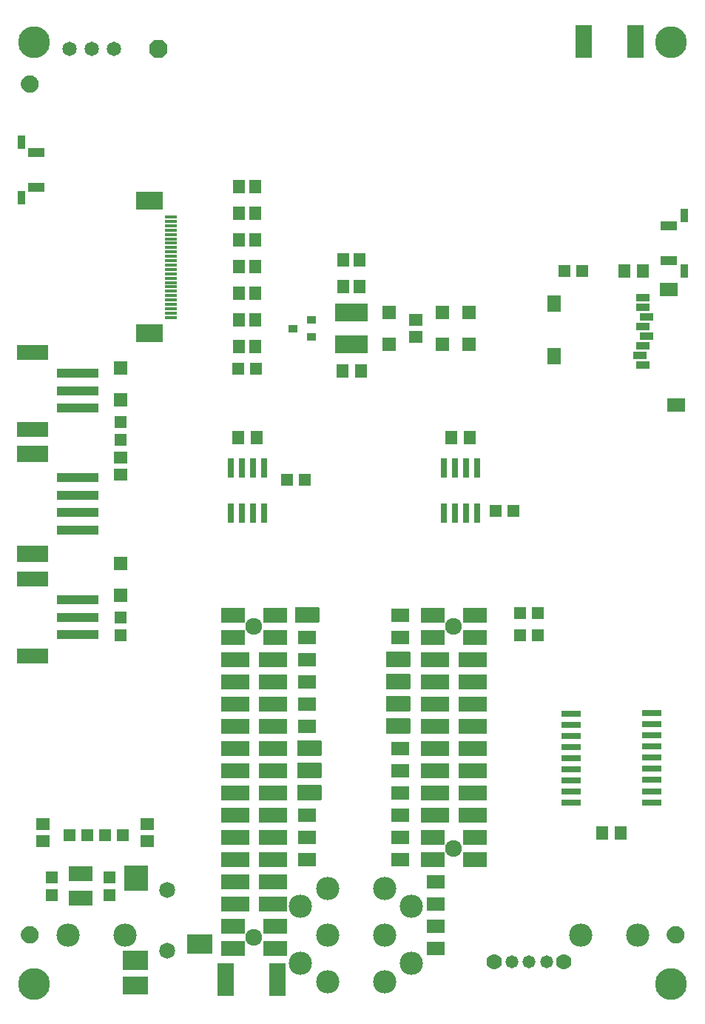
<source format=gbr>
G04 EAGLE Gerber RS-274X export*
G75*
%MOMM*%
%FSLAX34Y34*%
%LPD*%
%INSoldermask Bottom*%
%IPPOS*%
%AMOC8*
5,1,8,0,0,1.08239X$1,22.5*%
G01*
%ADD10R,1.377000X0.402000*%
%ADD11R,3.127000X2.127000*%
%ADD12R,2.667000X1.651000*%
%ADD13R,3.175000X1.651000*%
%ADD14C,1.927000*%
%ADD15R,2.027000X1.527000*%
%ADD16R,1.527000X1.927000*%
%ADD17R,1.627000X0.827000*%
%ADD18R,1.367000X1.627000*%
%ADD19R,4.727000X1.127000*%
%ADD20R,3.527000X1.827000*%
%ADD21R,1.627000X1.367000*%
%ADD22R,3.527000X1.727000*%
%ADD23R,1.427000X1.327000*%
%ADD24R,1.527000X1.527000*%
%ADD25R,2.827000X1.727000*%
%ADD26R,1.327000X1.427000*%
%ADD27R,1.327000X1.627000*%
%ADD28R,1.027000X0.927000*%
%ADD29R,1.905000X1.027000*%
%ADD30R,0.927000X1.577000*%
%ADD31R,1.627000X1.427000*%
%ADD32R,2.327000X0.727000*%
%ADD33R,0.727000X2.327000*%
%ADD34R,2.127000X1.627000*%
%ADD35R,1.295400X1.727200*%
%ADD36R,0.762000X0.330200*%
%ADD37C,1.651000*%
%ADD38C,3.643000*%
%ADD39C,1.127000*%
%ADD40C,0.500000*%
%ADD41P,2.226909X8X202.500000*%
%ADD42C,1.777000*%
%ADD43C,1.477000*%
%ADD44R,2.927000X2.127000*%
%ADD45R,2.727000X2.927000*%
%ADD46R,2.927000X2.327000*%
%ADD47C,1.827000*%
%ADD48C,2.667000*%
%ADD49R,1.827000X3.827000*%
%ADD50R,3.827000X2.127000*%

G36*
X345558Y435626D02*
X345558Y435626D01*
X345677Y435633D01*
X345715Y435646D01*
X345756Y435651D01*
X345866Y435694D01*
X345979Y435731D01*
X346014Y435753D01*
X346051Y435768D01*
X346147Y435838D01*
X346248Y435901D01*
X346276Y435931D01*
X346309Y435954D01*
X346385Y436046D01*
X346466Y436133D01*
X346486Y436168D01*
X346511Y436199D01*
X346562Y436307D01*
X346620Y436411D01*
X346630Y436451D01*
X346647Y436487D01*
X346669Y436604D01*
X346699Y436719D01*
X346703Y436780D01*
X346707Y436800D01*
X346705Y436820D01*
X346709Y436880D01*
X346709Y452120D01*
X346694Y452238D01*
X346687Y452357D01*
X346674Y452395D01*
X346669Y452436D01*
X346626Y452546D01*
X346589Y452659D01*
X346567Y452694D01*
X346552Y452731D01*
X346483Y452827D01*
X346419Y452928D01*
X346389Y452956D01*
X346366Y452989D01*
X346274Y453065D01*
X346187Y453146D01*
X346152Y453166D01*
X346121Y453191D01*
X346013Y453242D01*
X345909Y453300D01*
X345869Y453310D01*
X345833Y453327D01*
X345716Y453349D01*
X345601Y453379D01*
X345541Y453383D01*
X345521Y453387D01*
X345500Y453385D01*
X345440Y453389D01*
X320040Y453389D01*
X319922Y453374D01*
X319803Y453367D01*
X319765Y453354D01*
X319724Y453349D01*
X319614Y453306D01*
X319501Y453269D01*
X319466Y453247D01*
X319429Y453232D01*
X319333Y453163D01*
X319232Y453099D01*
X319204Y453069D01*
X319171Y453046D01*
X319096Y452954D01*
X319014Y452867D01*
X318994Y452832D01*
X318969Y452801D01*
X318918Y452693D01*
X318860Y452589D01*
X318850Y452549D01*
X318833Y452513D01*
X318811Y452396D01*
X318781Y452281D01*
X318777Y452221D01*
X318773Y452201D01*
X318774Y452194D01*
X318773Y452192D01*
X318774Y452176D01*
X318771Y452120D01*
X318771Y436880D01*
X318786Y436762D01*
X318793Y436643D01*
X318806Y436605D01*
X318811Y436564D01*
X318854Y436454D01*
X318891Y436341D01*
X318913Y436306D01*
X318928Y436269D01*
X318998Y436173D01*
X319061Y436072D01*
X319091Y436044D01*
X319114Y436011D01*
X319206Y435936D01*
X319293Y435854D01*
X319328Y435834D01*
X319359Y435809D01*
X319467Y435758D01*
X319571Y435700D01*
X319611Y435690D01*
X319647Y435673D01*
X319764Y435651D01*
X319879Y435621D01*
X319940Y435617D01*
X319960Y435613D01*
X319980Y435615D01*
X320040Y435611D01*
X345440Y435611D01*
X345558Y435626D01*
G37*
G36*
X449698Y384826D02*
X449698Y384826D01*
X449817Y384833D01*
X449855Y384846D01*
X449896Y384851D01*
X450006Y384894D01*
X450119Y384931D01*
X450154Y384953D01*
X450191Y384968D01*
X450287Y385038D01*
X450388Y385101D01*
X450416Y385131D01*
X450449Y385154D01*
X450525Y385246D01*
X450606Y385333D01*
X450626Y385368D01*
X450651Y385399D01*
X450702Y385507D01*
X450760Y385611D01*
X450770Y385651D01*
X450787Y385687D01*
X450809Y385804D01*
X450839Y385919D01*
X450843Y385980D01*
X450847Y386000D01*
X450845Y386020D01*
X450849Y386080D01*
X450849Y401320D01*
X450834Y401438D01*
X450827Y401557D01*
X450814Y401595D01*
X450809Y401636D01*
X450766Y401746D01*
X450729Y401859D01*
X450707Y401894D01*
X450692Y401931D01*
X450623Y402027D01*
X450559Y402128D01*
X450529Y402156D01*
X450506Y402189D01*
X450414Y402265D01*
X450327Y402346D01*
X450292Y402366D01*
X450261Y402391D01*
X450153Y402442D01*
X450049Y402500D01*
X450009Y402510D01*
X449973Y402527D01*
X449856Y402549D01*
X449741Y402579D01*
X449681Y402583D01*
X449661Y402587D01*
X449640Y402585D01*
X449580Y402589D01*
X424180Y402589D01*
X424062Y402574D01*
X423943Y402567D01*
X423905Y402554D01*
X423864Y402549D01*
X423754Y402506D01*
X423641Y402469D01*
X423606Y402447D01*
X423569Y402432D01*
X423473Y402363D01*
X423372Y402299D01*
X423344Y402269D01*
X423311Y402246D01*
X423236Y402154D01*
X423154Y402067D01*
X423134Y402032D01*
X423109Y402001D01*
X423058Y401893D01*
X423000Y401789D01*
X422990Y401749D01*
X422973Y401713D01*
X422951Y401596D01*
X422921Y401481D01*
X422917Y401421D01*
X422913Y401401D01*
X422914Y401394D01*
X422913Y401392D01*
X422914Y401376D01*
X422911Y401320D01*
X422911Y386080D01*
X422926Y385962D01*
X422933Y385843D01*
X422946Y385805D01*
X422951Y385764D01*
X422994Y385654D01*
X423031Y385541D01*
X423053Y385506D01*
X423068Y385469D01*
X423138Y385373D01*
X423201Y385272D01*
X423231Y385244D01*
X423254Y385211D01*
X423346Y385136D01*
X423433Y385054D01*
X423468Y385034D01*
X423499Y385009D01*
X423607Y384958D01*
X423711Y384900D01*
X423751Y384890D01*
X423787Y384873D01*
X423904Y384851D01*
X424019Y384821D01*
X424080Y384817D01*
X424100Y384813D01*
X424120Y384815D01*
X424180Y384811D01*
X449580Y384811D01*
X449698Y384826D01*
G37*
G36*
X449698Y359426D02*
X449698Y359426D01*
X449817Y359433D01*
X449855Y359446D01*
X449896Y359451D01*
X450006Y359494D01*
X450119Y359531D01*
X450154Y359553D01*
X450191Y359568D01*
X450287Y359638D01*
X450388Y359701D01*
X450416Y359731D01*
X450449Y359754D01*
X450525Y359846D01*
X450606Y359933D01*
X450626Y359968D01*
X450651Y359999D01*
X450702Y360107D01*
X450760Y360211D01*
X450770Y360251D01*
X450787Y360287D01*
X450809Y360404D01*
X450839Y360519D01*
X450843Y360580D01*
X450847Y360600D01*
X450845Y360620D01*
X450849Y360680D01*
X450849Y375920D01*
X450834Y376038D01*
X450827Y376157D01*
X450814Y376195D01*
X450809Y376236D01*
X450766Y376346D01*
X450729Y376459D01*
X450707Y376494D01*
X450692Y376531D01*
X450623Y376627D01*
X450559Y376728D01*
X450529Y376756D01*
X450506Y376789D01*
X450414Y376865D01*
X450327Y376946D01*
X450292Y376966D01*
X450261Y376991D01*
X450153Y377042D01*
X450049Y377100D01*
X450009Y377110D01*
X449973Y377127D01*
X449856Y377149D01*
X449741Y377179D01*
X449681Y377183D01*
X449661Y377187D01*
X449640Y377185D01*
X449580Y377189D01*
X424180Y377189D01*
X424062Y377174D01*
X423943Y377167D01*
X423905Y377154D01*
X423864Y377149D01*
X423754Y377106D01*
X423641Y377069D01*
X423606Y377047D01*
X423569Y377032D01*
X423473Y376963D01*
X423372Y376899D01*
X423344Y376869D01*
X423311Y376846D01*
X423236Y376754D01*
X423154Y376667D01*
X423134Y376632D01*
X423109Y376601D01*
X423058Y376493D01*
X423000Y376389D01*
X422990Y376349D01*
X422973Y376313D01*
X422951Y376196D01*
X422921Y376081D01*
X422917Y376021D01*
X422913Y376001D01*
X422914Y375994D01*
X422913Y375992D01*
X422914Y375976D01*
X422911Y375920D01*
X422911Y360680D01*
X422926Y360562D01*
X422933Y360443D01*
X422946Y360405D01*
X422951Y360364D01*
X422994Y360254D01*
X423031Y360141D01*
X423053Y360106D01*
X423068Y360069D01*
X423138Y359973D01*
X423201Y359872D01*
X423231Y359844D01*
X423254Y359811D01*
X423346Y359736D01*
X423433Y359654D01*
X423468Y359634D01*
X423499Y359609D01*
X423607Y359558D01*
X423711Y359500D01*
X423751Y359490D01*
X423787Y359473D01*
X423904Y359451D01*
X424019Y359421D01*
X424080Y359417D01*
X424100Y359413D01*
X424120Y359415D01*
X424180Y359411D01*
X449580Y359411D01*
X449698Y359426D01*
G37*
G36*
X449698Y334026D02*
X449698Y334026D01*
X449817Y334033D01*
X449855Y334046D01*
X449896Y334051D01*
X450006Y334094D01*
X450119Y334131D01*
X450154Y334153D01*
X450191Y334168D01*
X450287Y334238D01*
X450388Y334301D01*
X450416Y334331D01*
X450449Y334354D01*
X450525Y334446D01*
X450606Y334533D01*
X450626Y334568D01*
X450651Y334599D01*
X450702Y334707D01*
X450760Y334811D01*
X450770Y334851D01*
X450787Y334887D01*
X450809Y335004D01*
X450839Y335119D01*
X450843Y335180D01*
X450847Y335200D01*
X450845Y335220D01*
X450849Y335280D01*
X450849Y350520D01*
X450834Y350638D01*
X450827Y350757D01*
X450814Y350795D01*
X450809Y350836D01*
X450766Y350946D01*
X450729Y351059D01*
X450707Y351094D01*
X450692Y351131D01*
X450623Y351227D01*
X450559Y351328D01*
X450529Y351356D01*
X450506Y351389D01*
X450414Y351465D01*
X450327Y351546D01*
X450292Y351566D01*
X450261Y351591D01*
X450153Y351642D01*
X450049Y351700D01*
X450009Y351710D01*
X449973Y351727D01*
X449856Y351749D01*
X449741Y351779D01*
X449681Y351783D01*
X449661Y351787D01*
X449640Y351785D01*
X449580Y351789D01*
X424180Y351789D01*
X424062Y351774D01*
X423943Y351767D01*
X423905Y351754D01*
X423864Y351749D01*
X423754Y351706D01*
X423641Y351669D01*
X423606Y351647D01*
X423569Y351632D01*
X423473Y351563D01*
X423372Y351499D01*
X423344Y351469D01*
X423311Y351446D01*
X423236Y351354D01*
X423154Y351267D01*
X423134Y351232D01*
X423109Y351201D01*
X423058Y351093D01*
X423000Y350989D01*
X422990Y350949D01*
X422973Y350913D01*
X422951Y350796D01*
X422921Y350681D01*
X422917Y350621D01*
X422913Y350601D01*
X422914Y350594D01*
X422913Y350592D01*
X422914Y350576D01*
X422911Y350520D01*
X422911Y335280D01*
X422926Y335162D01*
X422933Y335043D01*
X422946Y335005D01*
X422951Y334964D01*
X422994Y334854D01*
X423031Y334741D01*
X423053Y334706D01*
X423068Y334669D01*
X423138Y334573D01*
X423201Y334472D01*
X423231Y334444D01*
X423254Y334411D01*
X423346Y334336D01*
X423433Y334254D01*
X423468Y334234D01*
X423499Y334209D01*
X423607Y334158D01*
X423711Y334100D01*
X423751Y334090D01*
X423787Y334073D01*
X423904Y334051D01*
X424019Y334021D01*
X424080Y334017D01*
X424100Y334013D01*
X424120Y334015D01*
X424180Y334011D01*
X449580Y334011D01*
X449698Y334026D01*
G37*
G36*
X449698Y308626D02*
X449698Y308626D01*
X449817Y308633D01*
X449855Y308646D01*
X449896Y308651D01*
X450006Y308694D01*
X450119Y308731D01*
X450154Y308753D01*
X450191Y308768D01*
X450287Y308838D01*
X450388Y308901D01*
X450416Y308931D01*
X450449Y308954D01*
X450525Y309046D01*
X450606Y309133D01*
X450626Y309168D01*
X450651Y309199D01*
X450702Y309307D01*
X450760Y309411D01*
X450770Y309451D01*
X450787Y309487D01*
X450809Y309604D01*
X450839Y309719D01*
X450843Y309780D01*
X450847Y309800D01*
X450845Y309820D01*
X450849Y309880D01*
X450849Y325120D01*
X450834Y325238D01*
X450827Y325357D01*
X450814Y325395D01*
X450809Y325436D01*
X450766Y325546D01*
X450729Y325659D01*
X450707Y325694D01*
X450692Y325731D01*
X450623Y325827D01*
X450559Y325928D01*
X450529Y325956D01*
X450506Y325989D01*
X450414Y326065D01*
X450327Y326146D01*
X450292Y326166D01*
X450261Y326191D01*
X450153Y326242D01*
X450049Y326300D01*
X450009Y326310D01*
X449973Y326327D01*
X449856Y326349D01*
X449741Y326379D01*
X449681Y326383D01*
X449661Y326387D01*
X449640Y326385D01*
X449580Y326389D01*
X424180Y326389D01*
X424062Y326374D01*
X423943Y326367D01*
X423905Y326354D01*
X423864Y326349D01*
X423754Y326306D01*
X423641Y326269D01*
X423606Y326247D01*
X423569Y326232D01*
X423473Y326163D01*
X423372Y326099D01*
X423344Y326069D01*
X423311Y326046D01*
X423236Y325954D01*
X423154Y325867D01*
X423134Y325832D01*
X423109Y325801D01*
X423058Y325693D01*
X423000Y325589D01*
X422990Y325549D01*
X422973Y325513D01*
X422951Y325396D01*
X422921Y325281D01*
X422917Y325221D01*
X422913Y325201D01*
X422914Y325194D01*
X422913Y325192D01*
X422914Y325176D01*
X422911Y325120D01*
X422911Y309880D01*
X422926Y309762D01*
X422933Y309643D01*
X422946Y309605D01*
X422951Y309564D01*
X422994Y309454D01*
X423031Y309341D01*
X423053Y309306D01*
X423068Y309269D01*
X423138Y309173D01*
X423201Y309072D01*
X423231Y309044D01*
X423254Y309011D01*
X423346Y308936D01*
X423433Y308854D01*
X423468Y308834D01*
X423499Y308809D01*
X423607Y308758D01*
X423711Y308700D01*
X423751Y308690D01*
X423787Y308673D01*
X423904Y308651D01*
X424019Y308621D01*
X424080Y308617D01*
X424100Y308613D01*
X424120Y308615D01*
X424180Y308611D01*
X449580Y308611D01*
X449698Y308626D01*
G37*
G36*
X348098Y283226D02*
X348098Y283226D01*
X348217Y283233D01*
X348255Y283246D01*
X348296Y283251D01*
X348406Y283294D01*
X348519Y283331D01*
X348554Y283353D01*
X348591Y283368D01*
X348687Y283438D01*
X348788Y283501D01*
X348816Y283531D01*
X348849Y283554D01*
X348925Y283646D01*
X349006Y283733D01*
X349026Y283768D01*
X349051Y283799D01*
X349102Y283907D01*
X349160Y284011D01*
X349170Y284051D01*
X349187Y284087D01*
X349209Y284204D01*
X349239Y284319D01*
X349243Y284380D01*
X349247Y284400D01*
X349245Y284420D01*
X349249Y284480D01*
X349249Y299720D01*
X349234Y299838D01*
X349227Y299957D01*
X349214Y299995D01*
X349209Y300036D01*
X349166Y300146D01*
X349129Y300259D01*
X349107Y300294D01*
X349092Y300331D01*
X349023Y300427D01*
X348959Y300528D01*
X348929Y300556D01*
X348906Y300589D01*
X348814Y300665D01*
X348727Y300746D01*
X348692Y300766D01*
X348661Y300791D01*
X348553Y300842D01*
X348449Y300900D01*
X348409Y300910D01*
X348373Y300927D01*
X348256Y300949D01*
X348141Y300979D01*
X348081Y300983D01*
X348061Y300987D01*
X348040Y300985D01*
X347980Y300989D01*
X322580Y300989D01*
X322462Y300974D01*
X322343Y300967D01*
X322305Y300954D01*
X322264Y300949D01*
X322154Y300906D01*
X322041Y300869D01*
X322006Y300847D01*
X321969Y300832D01*
X321873Y300763D01*
X321772Y300699D01*
X321744Y300669D01*
X321711Y300646D01*
X321636Y300554D01*
X321554Y300467D01*
X321534Y300432D01*
X321509Y300401D01*
X321458Y300293D01*
X321400Y300189D01*
X321390Y300149D01*
X321373Y300113D01*
X321351Y299996D01*
X321321Y299881D01*
X321317Y299821D01*
X321313Y299801D01*
X321314Y299794D01*
X321313Y299792D01*
X321314Y299776D01*
X321311Y299720D01*
X321311Y284480D01*
X321326Y284362D01*
X321333Y284243D01*
X321346Y284205D01*
X321351Y284164D01*
X321394Y284054D01*
X321431Y283941D01*
X321453Y283906D01*
X321468Y283869D01*
X321538Y283773D01*
X321601Y283672D01*
X321631Y283644D01*
X321654Y283611D01*
X321746Y283536D01*
X321833Y283454D01*
X321868Y283434D01*
X321899Y283409D01*
X322007Y283358D01*
X322111Y283300D01*
X322151Y283290D01*
X322187Y283273D01*
X322304Y283251D01*
X322419Y283221D01*
X322480Y283217D01*
X322500Y283213D01*
X322520Y283215D01*
X322580Y283211D01*
X347980Y283211D01*
X348098Y283226D01*
G37*
G36*
X348098Y257826D02*
X348098Y257826D01*
X348217Y257833D01*
X348255Y257846D01*
X348296Y257851D01*
X348406Y257894D01*
X348519Y257931D01*
X348554Y257953D01*
X348591Y257968D01*
X348687Y258038D01*
X348788Y258101D01*
X348816Y258131D01*
X348849Y258154D01*
X348925Y258246D01*
X349006Y258333D01*
X349026Y258368D01*
X349051Y258399D01*
X349102Y258507D01*
X349160Y258611D01*
X349170Y258651D01*
X349187Y258687D01*
X349209Y258804D01*
X349239Y258919D01*
X349243Y258980D01*
X349247Y259000D01*
X349245Y259020D01*
X349249Y259080D01*
X349249Y274320D01*
X349234Y274438D01*
X349227Y274557D01*
X349214Y274595D01*
X349209Y274636D01*
X349166Y274746D01*
X349129Y274859D01*
X349107Y274894D01*
X349092Y274931D01*
X349023Y275027D01*
X348959Y275128D01*
X348929Y275156D01*
X348906Y275189D01*
X348814Y275265D01*
X348727Y275346D01*
X348692Y275366D01*
X348661Y275391D01*
X348553Y275442D01*
X348449Y275500D01*
X348409Y275510D01*
X348373Y275527D01*
X348256Y275549D01*
X348141Y275579D01*
X348081Y275583D01*
X348061Y275587D01*
X348040Y275585D01*
X347980Y275589D01*
X322580Y275589D01*
X322462Y275574D01*
X322343Y275567D01*
X322305Y275554D01*
X322264Y275549D01*
X322154Y275506D01*
X322041Y275469D01*
X322006Y275447D01*
X321969Y275432D01*
X321873Y275363D01*
X321772Y275299D01*
X321744Y275269D01*
X321711Y275246D01*
X321636Y275154D01*
X321554Y275067D01*
X321534Y275032D01*
X321509Y275001D01*
X321458Y274893D01*
X321400Y274789D01*
X321390Y274749D01*
X321373Y274713D01*
X321351Y274596D01*
X321321Y274481D01*
X321317Y274421D01*
X321313Y274401D01*
X321314Y274394D01*
X321313Y274392D01*
X321314Y274376D01*
X321311Y274320D01*
X321311Y259080D01*
X321326Y258962D01*
X321333Y258843D01*
X321346Y258805D01*
X321351Y258764D01*
X321394Y258654D01*
X321431Y258541D01*
X321453Y258506D01*
X321468Y258469D01*
X321538Y258373D01*
X321601Y258272D01*
X321631Y258244D01*
X321654Y258211D01*
X321746Y258136D01*
X321833Y258054D01*
X321868Y258034D01*
X321899Y258009D01*
X322007Y257958D01*
X322111Y257900D01*
X322151Y257890D01*
X322187Y257873D01*
X322304Y257851D01*
X322419Y257821D01*
X322480Y257817D01*
X322500Y257813D01*
X322520Y257815D01*
X322580Y257811D01*
X347980Y257811D01*
X348098Y257826D01*
G37*
G36*
X348098Y232426D02*
X348098Y232426D01*
X348217Y232433D01*
X348255Y232446D01*
X348296Y232451D01*
X348406Y232494D01*
X348519Y232531D01*
X348554Y232553D01*
X348591Y232568D01*
X348687Y232638D01*
X348788Y232701D01*
X348816Y232731D01*
X348849Y232754D01*
X348925Y232846D01*
X349006Y232933D01*
X349026Y232968D01*
X349051Y232999D01*
X349102Y233107D01*
X349160Y233211D01*
X349170Y233251D01*
X349187Y233287D01*
X349209Y233404D01*
X349239Y233519D01*
X349243Y233580D01*
X349247Y233600D01*
X349245Y233620D01*
X349249Y233680D01*
X349249Y248920D01*
X349234Y249038D01*
X349227Y249157D01*
X349214Y249195D01*
X349209Y249236D01*
X349166Y249346D01*
X349129Y249459D01*
X349107Y249494D01*
X349092Y249531D01*
X349023Y249627D01*
X348959Y249728D01*
X348929Y249756D01*
X348906Y249789D01*
X348814Y249865D01*
X348727Y249946D01*
X348692Y249966D01*
X348661Y249991D01*
X348553Y250042D01*
X348449Y250100D01*
X348409Y250110D01*
X348373Y250127D01*
X348256Y250149D01*
X348141Y250179D01*
X348081Y250183D01*
X348061Y250187D01*
X348040Y250185D01*
X347980Y250189D01*
X322580Y250189D01*
X322462Y250174D01*
X322343Y250167D01*
X322305Y250154D01*
X322264Y250149D01*
X322154Y250106D01*
X322041Y250069D01*
X322006Y250047D01*
X321969Y250032D01*
X321873Y249963D01*
X321772Y249899D01*
X321744Y249869D01*
X321711Y249846D01*
X321636Y249754D01*
X321554Y249667D01*
X321534Y249632D01*
X321509Y249601D01*
X321458Y249493D01*
X321400Y249389D01*
X321390Y249349D01*
X321373Y249313D01*
X321351Y249196D01*
X321321Y249081D01*
X321317Y249021D01*
X321313Y249001D01*
X321314Y248994D01*
X321313Y248992D01*
X321314Y248976D01*
X321311Y248920D01*
X321311Y233680D01*
X321326Y233562D01*
X321333Y233443D01*
X321346Y233405D01*
X321351Y233364D01*
X321394Y233254D01*
X321431Y233141D01*
X321453Y233106D01*
X321468Y233069D01*
X321538Y232973D01*
X321601Y232872D01*
X321631Y232844D01*
X321654Y232811D01*
X321746Y232736D01*
X321833Y232654D01*
X321868Y232634D01*
X321899Y232609D01*
X322007Y232558D01*
X322111Y232500D01*
X322151Y232490D01*
X322187Y232473D01*
X322304Y232451D01*
X322419Y232421D01*
X322480Y232417D01*
X322500Y232413D01*
X322520Y232415D01*
X322580Y232411D01*
X347980Y232411D01*
X348098Y232426D01*
G37*
D10*
X176532Y899634D03*
X176532Y894634D03*
X176532Y889634D03*
X176532Y884634D03*
X176532Y879634D03*
X176532Y874634D03*
X176532Y869634D03*
X176532Y864634D03*
X176532Y859634D03*
X176532Y854634D03*
X176532Y849634D03*
X176532Y844634D03*
X176532Y839634D03*
X176532Y834634D03*
X176532Y829634D03*
X176532Y824634D03*
X176532Y819634D03*
X176532Y814634D03*
X176532Y809634D03*
X176532Y804634D03*
X176532Y799634D03*
X176532Y794634D03*
X176532Y789634D03*
X176532Y784634D03*
D11*
X151932Y918134D03*
X151932Y767034D03*
D12*
X295910Y63500D03*
X247650Y63500D03*
X295910Y88900D03*
X247650Y88900D03*
D13*
X293370Y114300D03*
X250190Y114300D03*
X293370Y139700D03*
X250190Y139700D03*
X293370Y165100D03*
X250190Y165100D03*
X293370Y190500D03*
X250190Y190500D03*
X293370Y215900D03*
X250190Y215900D03*
X293370Y241300D03*
X250190Y241300D03*
X293370Y266700D03*
X250190Y266700D03*
X293370Y292100D03*
X250190Y292100D03*
X293370Y317500D03*
X250190Y317500D03*
X293370Y342900D03*
X250190Y342900D03*
X293370Y368300D03*
X250190Y368300D03*
X293370Y393700D03*
X250190Y393700D03*
D12*
X295910Y419100D03*
X247650Y419100D03*
X295910Y444500D03*
X247650Y444500D03*
X476250Y444500D03*
X524510Y444500D03*
X476250Y419100D03*
X524510Y419100D03*
D13*
X478790Y393700D03*
X521970Y393700D03*
X478790Y368300D03*
X521970Y368300D03*
X478790Y342900D03*
X521970Y342900D03*
X478790Y317500D03*
X521970Y317500D03*
X478790Y292100D03*
X521970Y292100D03*
X478790Y266700D03*
X521970Y266700D03*
X478790Y241300D03*
X521970Y241300D03*
X478790Y215900D03*
X521970Y215900D03*
D12*
X476250Y190500D03*
X524510Y190500D03*
X476250Y165100D03*
X524510Y165100D03*
D14*
X500380Y177800D03*
X500380Y431800D03*
X271780Y76200D03*
X271780Y431800D03*
D15*
X746270Y816420D03*
X755270Y684420D03*
D16*
X615270Y800420D03*
X615270Y740420D03*
D17*
X717270Y807420D03*
X717270Y796420D03*
X721270Y785420D03*
X717270Y774420D03*
X721270Y763420D03*
X717270Y752420D03*
X713270Y741420D03*
X717270Y730420D03*
D18*
X273660Y782320D03*
X254660Y782320D03*
X273660Y812800D03*
X254660Y812800D03*
X273660Y751840D03*
X254660Y751840D03*
X273660Y843280D03*
X254660Y843280D03*
X273660Y873760D03*
X254660Y873760D03*
X273660Y904240D03*
X254660Y904240D03*
X273660Y934720D03*
X254660Y934720D03*
D19*
X70020Y601500D03*
X70020Y581500D03*
D20*
X18020Y628500D03*
X18020Y514500D03*
D19*
X70020Y561500D03*
X70020Y541500D03*
D21*
X119380Y605180D03*
X119380Y624180D03*
D19*
X70180Y461960D03*
X70180Y441960D03*
D22*
X18180Y485960D03*
X18180Y397960D03*
D19*
X70180Y421960D03*
D23*
X119380Y421640D03*
X119380Y441960D03*
D24*
X119380Y503640D03*
X119380Y466640D03*
D25*
X73660Y148620D03*
X73660Y120620D03*
D23*
X40640Y124460D03*
X40640Y144780D03*
X106680Y124460D03*
X106680Y144780D03*
D26*
X121920Y193040D03*
X101600Y193040D03*
X81280Y193040D03*
X60960Y193040D03*
D18*
X393040Y820420D03*
X374040Y820420D03*
X393040Y850900D03*
X374040Y850900D03*
D24*
X518160Y790660D03*
X518160Y753660D03*
X487680Y790660D03*
X487680Y753660D03*
D21*
X457200Y762660D03*
X457200Y781660D03*
D24*
X426720Y790660D03*
X426720Y753660D03*
D27*
X394040Y723900D03*
X373040Y723900D03*
D28*
X337660Y781660D03*
X337660Y762660D03*
X316660Y772160D03*
D29*
X22956Y933400D03*
X22956Y973400D03*
D30*
X5416Y921900D03*
X5416Y984900D03*
D26*
X596900Y421640D03*
X576580Y421640D03*
X596900Y447040D03*
X576580Y447040D03*
D31*
X30480Y205080D03*
X30480Y186080D03*
X149860Y186080D03*
X149860Y205080D03*
D19*
X70180Y721040D03*
X70180Y701040D03*
D22*
X18180Y745040D03*
X18180Y657040D03*
D19*
X70180Y681040D03*
D23*
X119380Y645160D03*
X119380Y665480D03*
D24*
X119380Y727160D03*
X119380Y690160D03*
D32*
X634720Y242570D03*
X726720Y293970D03*
X634720Y229870D03*
X634720Y255270D03*
X634720Y267970D03*
X726720Y281270D03*
X726720Y306670D03*
X726720Y319370D03*
X634720Y293370D03*
X634720Y280670D03*
X634720Y306070D03*
X634720Y318770D03*
X726720Y268570D03*
X726720Y255870D03*
X726720Y242870D03*
X726720Y229870D03*
X634720Y331470D03*
X726720Y332070D03*
D33*
X270510Y560740D03*
X270510Y612740D03*
X283210Y560740D03*
X257810Y560740D03*
X245110Y560740D03*
X283210Y612740D03*
X257810Y612740D03*
X245110Y612740D03*
D27*
X274660Y647700D03*
X253660Y647700D03*
D34*
X439420Y241300D03*
X439420Y266700D03*
X439420Y292100D03*
X332740Y215900D03*
X332740Y190500D03*
X332740Y165100D03*
X480060Y139700D03*
X480060Y114300D03*
X480060Y63500D03*
X332740Y317500D03*
X332740Y342900D03*
X332740Y368300D03*
X332740Y393700D03*
X332740Y419100D03*
X480060Y88900D03*
X439420Y419100D03*
X439420Y444500D03*
X439420Y215900D03*
X439420Y190500D03*
X439420Y165100D03*
D35*
X429260Y393700D03*
X444500Y393700D03*
D36*
X436880Y393700D03*
D35*
X429260Y368300D03*
X444500Y368300D03*
D36*
X436880Y368300D03*
D35*
X429260Y342900D03*
X444500Y342900D03*
D36*
X436880Y342900D03*
D35*
X429260Y317500D03*
X444500Y317500D03*
D36*
X436880Y317500D03*
D27*
X716620Y838200D03*
X695620Y838200D03*
X691220Y195580D03*
X670220Y195580D03*
D33*
X527050Y560740D03*
X514350Y560740D03*
X501650Y560740D03*
X488950Y560740D03*
X488950Y612740D03*
X501650Y612740D03*
X514350Y612740D03*
X527050Y612740D03*
D35*
X327660Y292100D03*
X342900Y292100D03*
D36*
X335280Y292100D03*
D27*
X518500Y647700D03*
X497500Y647700D03*
D29*
X746664Y889558D03*
X746664Y849558D03*
D30*
X764204Y901058D03*
X764204Y838058D03*
D35*
X327660Y266700D03*
X342900Y266700D03*
D36*
X335280Y266700D03*
D35*
X327660Y241300D03*
X342900Y241300D03*
D36*
X335280Y241300D03*
D37*
X111760Y1092200D03*
X86360Y1092200D03*
X60960Y1092200D03*
D38*
X20320Y22860D03*
X749300Y22860D03*
D39*
X754380Y78740D03*
D40*
X761880Y78740D02*
X761878Y78921D01*
X761871Y79102D01*
X761860Y79283D01*
X761845Y79464D01*
X761825Y79644D01*
X761801Y79824D01*
X761773Y80003D01*
X761740Y80181D01*
X761703Y80358D01*
X761662Y80535D01*
X761617Y80710D01*
X761567Y80885D01*
X761513Y81058D01*
X761455Y81229D01*
X761393Y81400D01*
X761326Y81568D01*
X761256Y81735D01*
X761182Y81901D01*
X761103Y82064D01*
X761021Y82225D01*
X760935Y82385D01*
X760845Y82542D01*
X760751Y82697D01*
X760654Y82850D01*
X760552Y83000D01*
X760448Y83148D01*
X760339Y83294D01*
X760228Y83436D01*
X760112Y83576D01*
X759994Y83713D01*
X759872Y83848D01*
X759747Y83979D01*
X759619Y84107D01*
X759488Y84232D01*
X759353Y84354D01*
X759216Y84472D01*
X759076Y84588D01*
X758934Y84699D01*
X758788Y84808D01*
X758640Y84912D01*
X758490Y85014D01*
X758337Y85111D01*
X758182Y85205D01*
X758025Y85295D01*
X757865Y85381D01*
X757704Y85463D01*
X757541Y85542D01*
X757375Y85616D01*
X757208Y85686D01*
X757040Y85753D01*
X756869Y85815D01*
X756698Y85873D01*
X756525Y85927D01*
X756350Y85977D01*
X756175Y86022D01*
X755998Y86063D01*
X755821Y86100D01*
X755643Y86133D01*
X755464Y86161D01*
X755284Y86185D01*
X755104Y86205D01*
X754923Y86220D01*
X754742Y86231D01*
X754561Y86238D01*
X754380Y86240D01*
X754199Y86238D01*
X754018Y86231D01*
X753837Y86220D01*
X753656Y86205D01*
X753476Y86185D01*
X753296Y86161D01*
X753117Y86133D01*
X752939Y86100D01*
X752762Y86063D01*
X752585Y86022D01*
X752410Y85977D01*
X752235Y85927D01*
X752062Y85873D01*
X751891Y85815D01*
X751720Y85753D01*
X751552Y85686D01*
X751385Y85616D01*
X751219Y85542D01*
X751056Y85463D01*
X750895Y85381D01*
X750735Y85295D01*
X750578Y85205D01*
X750423Y85111D01*
X750270Y85014D01*
X750120Y84912D01*
X749972Y84808D01*
X749826Y84699D01*
X749684Y84588D01*
X749544Y84472D01*
X749407Y84354D01*
X749272Y84232D01*
X749141Y84107D01*
X749013Y83979D01*
X748888Y83848D01*
X748766Y83713D01*
X748648Y83576D01*
X748532Y83436D01*
X748421Y83294D01*
X748312Y83148D01*
X748208Y83000D01*
X748106Y82850D01*
X748009Y82697D01*
X747915Y82542D01*
X747825Y82385D01*
X747739Y82225D01*
X747657Y82064D01*
X747578Y81901D01*
X747504Y81735D01*
X747434Y81568D01*
X747367Y81400D01*
X747305Y81229D01*
X747247Y81058D01*
X747193Y80885D01*
X747143Y80710D01*
X747098Y80535D01*
X747057Y80358D01*
X747020Y80181D01*
X746987Y80003D01*
X746959Y79824D01*
X746935Y79644D01*
X746915Y79464D01*
X746900Y79283D01*
X746889Y79102D01*
X746882Y78921D01*
X746880Y78740D01*
X746882Y78559D01*
X746889Y78378D01*
X746900Y78197D01*
X746915Y78016D01*
X746935Y77836D01*
X746959Y77656D01*
X746987Y77477D01*
X747020Y77299D01*
X747057Y77122D01*
X747098Y76945D01*
X747143Y76770D01*
X747193Y76595D01*
X747247Y76422D01*
X747305Y76251D01*
X747367Y76080D01*
X747434Y75912D01*
X747504Y75745D01*
X747578Y75579D01*
X747657Y75416D01*
X747739Y75255D01*
X747825Y75095D01*
X747915Y74938D01*
X748009Y74783D01*
X748106Y74630D01*
X748208Y74480D01*
X748312Y74332D01*
X748421Y74186D01*
X748532Y74044D01*
X748648Y73904D01*
X748766Y73767D01*
X748888Y73632D01*
X749013Y73501D01*
X749141Y73373D01*
X749272Y73248D01*
X749407Y73126D01*
X749544Y73008D01*
X749684Y72892D01*
X749826Y72781D01*
X749972Y72672D01*
X750120Y72568D01*
X750270Y72466D01*
X750423Y72369D01*
X750578Y72275D01*
X750735Y72185D01*
X750895Y72099D01*
X751056Y72017D01*
X751219Y71938D01*
X751385Y71864D01*
X751552Y71794D01*
X751720Y71727D01*
X751891Y71665D01*
X752062Y71607D01*
X752235Y71553D01*
X752410Y71503D01*
X752585Y71458D01*
X752762Y71417D01*
X752939Y71380D01*
X753117Y71347D01*
X753296Y71319D01*
X753476Y71295D01*
X753656Y71275D01*
X753837Y71260D01*
X754018Y71249D01*
X754199Y71242D01*
X754380Y71240D01*
X754561Y71242D01*
X754742Y71249D01*
X754923Y71260D01*
X755104Y71275D01*
X755284Y71295D01*
X755464Y71319D01*
X755643Y71347D01*
X755821Y71380D01*
X755998Y71417D01*
X756175Y71458D01*
X756350Y71503D01*
X756525Y71553D01*
X756698Y71607D01*
X756869Y71665D01*
X757040Y71727D01*
X757208Y71794D01*
X757375Y71864D01*
X757541Y71938D01*
X757704Y72017D01*
X757865Y72099D01*
X758025Y72185D01*
X758182Y72275D01*
X758337Y72369D01*
X758490Y72466D01*
X758640Y72568D01*
X758788Y72672D01*
X758934Y72781D01*
X759076Y72892D01*
X759216Y73008D01*
X759353Y73126D01*
X759488Y73248D01*
X759619Y73373D01*
X759747Y73501D01*
X759872Y73632D01*
X759994Y73767D01*
X760112Y73904D01*
X760228Y74044D01*
X760339Y74186D01*
X760448Y74332D01*
X760552Y74480D01*
X760654Y74630D01*
X760751Y74783D01*
X760845Y74938D01*
X760935Y75095D01*
X761021Y75255D01*
X761103Y75416D01*
X761182Y75579D01*
X761256Y75745D01*
X761326Y75912D01*
X761393Y76080D01*
X761455Y76251D01*
X761513Y76422D01*
X761567Y76595D01*
X761617Y76770D01*
X761662Y76945D01*
X761703Y77122D01*
X761740Y77299D01*
X761773Y77477D01*
X761801Y77656D01*
X761825Y77836D01*
X761845Y78016D01*
X761860Y78197D01*
X761871Y78378D01*
X761878Y78559D01*
X761880Y78740D01*
D39*
X15240Y1051560D03*
D40*
X22740Y1051560D02*
X22738Y1051741D01*
X22731Y1051922D01*
X22720Y1052103D01*
X22705Y1052284D01*
X22685Y1052464D01*
X22661Y1052644D01*
X22633Y1052823D01*
X22600Y1053001D01*
X22563Y1053178D01*
X22522Y1053355D01*
X22477Y1053530D01*
X22427Y1053705D01*
X22373Y1053878D01*
X22315Y1054049D01*
X22253Y1054220D01*
X22186Y1054388D01*
X22116Y1054555D01*
X22042Y1054721D01*
X21963Y1054884D01*
X21881Y1055045D01*
X21795Y1055205D01*
X21705Y1055362D01*
X21611Y1055517D01*
X21514Y1055670D01*
X21412Y1055820D01*
X21308Y1055968D01*
X21199Y1056114D01*
X21088Y1056256D01*
X20972Y1056396D01*
X20854Y1056533D01*
X20732Y1056668D01*
X20607Y1056799D01*
X20479Y1056927D01*
X20348Y1057052D01*
X20213Y1057174D01*
X20076Y1057292D01*
X19936Y1057408D01*
X19794Y1057519D01*
X19648Y1057628D01*
X19500Y1057732D01*
X19350Y1057834D01*
X19197Y1057931D01*
X19042Y1058025D01*
X18885Y1058115D01*
X18725Y1058201D01*
X18564Y1058283D01*
X18401Y1058362D01*
X18235Y1058436D01*
X18068Y1058506D01*
X17900Y1058573D01*
X17729Y1058635D01*
X17558Y1058693D01*
X17385Y1058747D01*
X17210Y1058797D01*
X17035Y1058842D01*
X16858Y1058883D01*
X16681Y1058920D01*
X16503Y1058953D01*
X16324Y1058981D01*
X16144Y1059005D01*
X15964Y1059025D01*
X15783Y1059040D01*
X15602Y1059051D01*
X15421Y1059058D01*
X15240Y1059060D01*
X15059Y1059058D01*
X14878Y1059051D01*
X14697Y1059040D01*
X14516Y1059025D01*
X14336Y1059005D01*
X14156Y1058981D01*
X13977Y1058953D01*
X13799Y1058920D01*
X13622Y1058883D01*
X13445Y1058842D01*
X13270Y1058797D01*
X13095Y1058747D01*
X12922Y1058693D01*
X12751Y1058635D01*
X12580Y1058573D01*
X12412Y1058506D01*
X12245Y1058436D01*
X12079Y1058362D01*
X11916Y1058283D01*
X11755Y1058201D01*
X11595Y1058115D01*
X11438Y1058025D01*
X11283Y1057931D01*
X11130Y1057834D01*
X10980Y1057732D01*
X10832Y1057628D01*
X10686Y1057519D01*
X10544Y1057408D01*
X10404Y1057292D01*
X10267Y1057174D01*
X10132Y1057052D01*
X10001Y1056927D01*
X9873Y1056799D01*
X9748Y1056668D01*
X9626Y1056533D01*
X9508Y1056396D01*
X9392Y1056256D01*
X9281Y1056114D01*
X9172Y1055968D01*
X9068Y1055820D01*
X8966Y1055670D01*
X8869Y1055517D01*
X8775Y1055362D01*
X8685Y1055205D01*
X8599Y1055045D01*
X8517Y1054884D01*
X8438Y1054721D01*
X8364Y1054555D01*
X8294Y1054388D01*
X8227Y1054220D01*
X8165Y1054049D01*
X8107Y1053878D01*
X8053Y1053705D01*
X8003Y1053530D01*
X7958Y1053355D01*
X7917Y1053178D01*
X7880Y1053001D01*
X7847Y1052823D01*
X7819Y1052644D01*
X7795Y1052464D01*
X7775Y1052284D01*
X7760Y1052103D01*
X7749Y1051922D01*
X7742Y1051741D01*
X7740Y1051560D01*
X7742Y1051379D01*
X7749Y1051198D01*
X7760Y1051017D01*
X7775Y1050836D01*
X7795Y1050656D01*
X7819Y1050476D01*
X7847Y1050297D01*
X7880Y1050119D01*
X7917Y1049942D01*
X7958Y1049765D01*
X8003Y1049590D01*
X8053Y1049415D01*
X8107Y1049242D01*
X8165Y1049071D01*
X8227Y1048900D01*
X8294Y1048732D01*
X8364Y1048565D01*
X8438Y1048399D01*
X8517Y1048236D01*
X8599Y1048075D01*
X8685Y1047915D01*
X8775Y1047758D01*
X8869Y1047603D01*
X8966Y1047450D01*
X9068Y1047300D01*
X9172Y1047152D01*
X9281Y1047006D01*
X9392Y1046864D01*
X9508Y1046724D01*
X9626Y1046587D01*
X9748Y1046452D01*
X9873Y1046321D01*
X10001Y1046193D01*
X10132Y1046068D01*
X10267Y1045946D01*
X10404Y1045828D01*
X10544Y1045712D01*
X10686Y1045601D01*
X10832Y1045492D01*
X10980Y1045388D01*
X11130Y1045286D01*
X11283Y1045189D01*
X11438Y1045095D01*
X11595Y1045005D01*
X11755Y1044919D01*
X11916Y1044837D01*
X12079Y1044758D01*
X12245Y1044684D01*
X12412Y1044614D01*
X12580Y1044547D01*
X12751Y1044485D01*
X12922Y1044427D01*
X13095Y1044373D01*
X13270Y1044323D01*
X13445Y1044278D01*
X13622Y1044237D01*
X13799Y1044200D01*
X13977Y1044167D01*
X14156Y1044139D01*
X14336Y1044115D01*
X14516Y1044095D01*
X14697Y1044080D01*
X14878Y1044069D01*
X15059Y1044062D01*
X15240Y1044060D01*
X15421Y1044062D01*
X15602Y1044069D01*
X15783Y1044080D01*
X15964Y1044095D01*
X16144Y1044115D01*
X16324Y1044139D01*
X16503Y1044167D01*
X16681Y1044200D01*
X16858Y1044237D01*
X17035Y1044278D01*
X17210Y1044323D01*
X17385Y1044373D01*
X17558Y1044427D01*
X17729Y1044485D01*
X17900Y1044547D01*
X18068Y1044614D01*
X18235Y1044684D01*
X18401Y1044758D01*
X18564Y1044837D01*
X18725Y1044919D01*
X18885Y1045005D01*
X19042Y1045095D01*
X19197Y1045189D01*
X19350Y1045286D01*
X19500Y1045388D01*
X19648Y1045492D01*
X19794Y1045601D01*
X19936Y1045712D01*
X20076Y1045828D01*
X20213Y1045946D01*
X20348Y1046068D01*
X20479Y1046193D01*
X20607Y1046321D01*
X20732Y1046452D01*
X20854Y1046587D01*
X20972Y1046724D01*
X21088Y1046864D01*
X21199Y1047006D01*
X21308Y1047152D01*
X21412Y1047300D01*
X21514Y1047450D01*
X21611Y1047603D01*
X21705Y1047758D01*
X21795Y1047915D01*
X21881Y1048075D01*
X21963Y1048236D01*
X22042Y1048399D01*
X22116Y1048565D01*
X22186Y1048732D01*
X22253Y1048900D01*
X22315Y1049071D01*
X22373Y1049242D01*
X22427Y1049415D01*
X22477Y1049590D01*
X22522Y1049765D01*
X22563Y1049942D01*
X22600Y1050119D01*
X22633Y1050297D01*
X22661Y1050476D01*
X22685Y1050656D01*
X22705Y1050836D01*
X22720Y1051017D01*
X22731Y1051198D01*
X22738Y1051379D01*
X22740Y1051560D01*
D38*
X20320Y1099820D03*
X749300Y1099820D03*
D41*
X162560Y1092200D03*
D39*
X15240Y78740D03*
D40*
X22740Y78740D02*
X22738Y78921D01*
X22731Y79102D01*
X22720Y79283D01*
X22705Y79464D01*
X22685Y79644D01*
X22661Y79824D01*
X22633Y80003D01*
X22600Y80181D01*
X22563Y80358D01*
X22522Y80535D01*
X22477Y80710D01*
X22427Y80885D01*
X22373Y81058D01*
X22315Y81229D01*
X22253Y81400D01*
X22186Y81568D01*
X22116Y81735D01*
X22042Y81901D01*
X21963Y82064D01*
X21881Y82225D01*
X21795Y82385D01*
X21705Y82542D01*
X21611Y82697D01*
X21514Y82850D01*
X21412Y83000D01*
X21308Y83148D01*
X21199Y83294D01*
X21088Y83436D01*
X20972Y83576D01*
X20854Y83713D01*
X20732Y83848D01*
X20607Y83979D01*
X20479Y84107D01*
X20348Y84232D01*
X20213Y84354D01*
X20076Y84472D01*
X19936Y84588D01*
X19794Y84699D01*
X19648Y84808D01*
X19500Y84912D01*
X19350Y85014D01*
X19197Y85111D01*
X19042Y85205D01*
X18885Y85295D01*
X18725Y85381D01*
X18564Y85463D01*
X18401Y85542D01*
X18235Y85616D01*
X18068Y85686D01*
X17900Y85753D01*
X17729Y85815D01*
X17558Y85873D01*
X17385Y85927D01*
X17210Y85977D01*
X17035Y86022D01*
X16858Y86063D01*
X16681Y86100D01*
X16503Y86133D01*
X16324Y86161D01*
X16144Y86185D01*
X15964Y86205D01*
X15783Y86220D01*
X15602Y86231D01*
X15421Y86238D01*
X15240Y86240D01*
X15059Y86238D01*
X14878Y86231D01*
X14697Y86220D01*
X14516Y86205D01*
X14336Y86185D01*
X14156Y86161D01*
X13977Y86133D01*
X13799Y86100D01*
X13622Y86063D01*
X13445Y86022D01*
X13270Y85977D01*
X13095Y85927D01*
X12922Y85873D01*
X12751Y85815D01*
X12580Y85753D01*
X12412Y85686D01*
X12245Y85616D01*
X12079Y85542D01*
X11916Y85463D01*
X11755Y85381D01*
X11595Y85295D01*
X11438Y85205D01*
X11283Y85111D01*
X11130Y85014D01*
X10980Y84912D01*
X10832Y84808D01*
X10686Y84699D01*
X10544Y84588D01*
X10404Y84472D01*
X10267Y84354D01*
X10132Y84232D01*
X10001Y84107D01*
X9873Y83979D01*
X9748Y83848D01*
X9626Y83713D01*
X9508Y83576D01*
X9392Y83436D01*
X9281Y83294D01*
X9172Y83148D01*
X9068Y83000D01*
X8966Y82850D01*
X8869Y82697D01*
X8775Y82542D01*
X8685Y82385D01*
X8599Y82225D01*
X8517Y82064D01*
X8438Y81901D01*
X8364Y81735D01*
X8294Y81568D01*
X8227Y81400D01*
X8165Y81229D01*
X8107Y81058D01*
X8053Y80885D01*
X8003Y80710D01*
X7958Y80535D01*
X7917Y80358D01*
X7880Y80181D01*
X7847Y80003D01*
X7819Y79824D01*
X7795Y79644D01*
X7775Y79464D01*
X7760Y79283D01*
X7749Y79102D01*
X7742Y78921D01*
X7740Y78740D01*
X7742Y78559D01*
X7749Y78378D01*
X7760Y78197D01*
X7775Y78016D01*
X7795Y77836D01*
X7819Y77656D01*
X7847Y77477D01*
X7880Y77299D01*
X7917Y77122D01*
X7958Y76945D01*
X8003Y76770D01*
X8053Y76595D01*
X8107Y76422D01*
X8165Y76251D01*
X8227Y76080D01*
X8294Y75912D01*
X8364Y75745D01*
X8438Y75579D01*
X8517Y75416D01*
X8599Y75255D01*
X8685Y75095D01*
X8775Y74938D01*
X8869Y74783D01*
X8966Y74630D01*
X9068Y74480D01*
X9172Y74332D01*
X9281Y74186D01*
X9392Y74044D01*
X9508Y73904D01*
X9626Y73767D01*
X9748Y73632D01*
X9873Y73501D01*
X10001Y73373D01*
X10132Y73248D01*
X10267Y73126D01*
X10404Y73008D01*
X10544Y72892D01*
X10686Y72781D01*
X10832Y72672D01*
X10980Y72568D01*
X11130Y72466D01*
X11283Y72369D01*
X11438Y72275D01*
X11595Y72185D01*
X11755Y72099D01*
X11916Y72017D01*
X12079Y71938D01*
X12245Y71864D01*
X12412Y71794D01*
X12580Y71727D01*
X12751Y71665D01*
X12922Y71607D01*
X13095Y71553D01*
X13270Y71503D01*
X13445Y71458D01*
X13622Y71417D01*
X13799Y71380D01*
X13977Y71347D01*
X14156Y71319D01*
X14336Y71295D01*
X14516Y71275D01*
X14697Y71260D01*
X14878Y71249D01*
X15059Y71242D01*
X15240Y71240D01*
X15421Y71242D01*
X15602Y71249D01*
X15783Y71260D01*
X15964Y71275D01*
X16144Y71295D01*
X16324Y71319D01*
X16503Y71347D01*
X16681Y71380D01*
X16858Y71417D01*
X17035Y71458D01*
X17210Y71503D01*
X17385Y71553D01*
X17558Y71607D01*
X17729Y71665D01*
X17900Y71727D01*
X18068Y71794D01*
X18235Y71864D01*
X18401Y71938D01*
X18564Y72017D01*
X18725Y72099D01*
X18885Y72185D01*
X19042Y72275D01*
X19197Y72369D01*
X19350Y72466D01*
X19500Y72568D01*
X19648Y72672D01*
X19794Y72781D01*
X19936Y72892D01*
X20076Y73008D01*
X20213Y73126D01*
X20348Y73248D01*
X20479Y73373D01*
X20607Y73501D01*
X20732Y73632D01*
X20854Y73767D01*
X20972Y73904D01*
X21088Y74044D01*
X21199Y74186D01*
X21308Y74332D01*
X21412Y74480D01*
X21514Y74630D01*
X21611Y74783D01*
X21705Y74938D01*
X21795Y75095D01*
X21881Y75255D01*
X21963Y75416D01*
X22042Y75579D01*
X22116Y75745D01*
X22186Y75912D01*
X22253Y76080D01*
X22315Y76251D01*
X22373Y76422D01*
X22427Y76595D01*
X22477Y76770D01*
X22522Y76945D01*
X22563Y77122D01*
X22600Y77299D01*
X22633Y77477D01*
X22661Y77656D01*
X22685Y77836D01*
X22705Y78016D01*
X22720Y78197D01*
X22731Y78378D01*
X22738Y78559D01*
X22740Y78740D01*
D42*
X626740Y48260D03*
X546740Y48260D03*
D43*
X606740Y48260D03*
X586740Y48260D03*
X566740Y48260D03*
D35*
X325120Y444500D03*
X340360Y444500D03*
D44*
X135720Y21210D03*
D45*
X136720Y143210D03*
D46*
X209720Y68210D03*
X135720Y49210D03*
D47*
X172720Y60210D03*
X172720Y130210D03*
D48*
X325120Y46240D03*
X325120Y111240D03*
X421120Y25400D03*
X356120Y25400D03*
X421120Y132080D03*
X356120Y132080D03*
X452120Y111240D03*
X452120Y46240D03*
X421120Y78740D03*
X356120Y78740D03*
X58940Y78740D03*
X123940Y78740D03*
X710680Y78740D03*
X645680Y78740D03*
D49*
X298740Y27940D03*
X239740Y27940D03*
X649442Y1100582D03*
X708442Y1100582D03*
D50*
X383540Y790160D03*
X383540Y754160D03*
D26*
X568960Y563880D03*
X548640Y563880D03*
X647700Y838200D03*
X627380Y838200D03*
X309880Y599440D03*
X330200Y599440D03*
X274320Y726440D03*
X254000Y726440D03*
M02*

</source>
